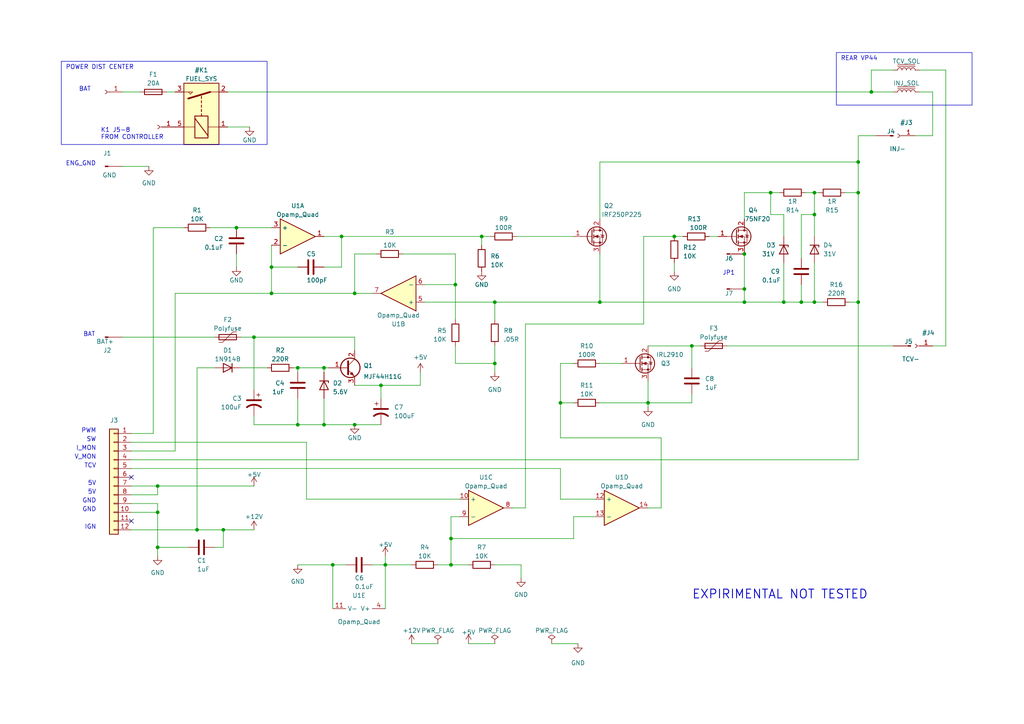
<source format=kicad_sch>
(kicad_sch (version 20230121) (generator eeschema)
  (paper "A4")
  (lib_symbols
    (symbol "Conn_01x01_Pin_1" (pin_numbers hide) (pin_names (offset 1.016) hide)
      (property "Reference" "J" (at 0 2.54 0))
      (property "Value" "Conn_01x01_Pin" (at 0 -2.54 0))
      (symbol "Conn_01x01_Pin_1_1_1"
        (polyline (pts (xy 1.27 0) (xy 0.8636 0)) (stroke (width 0.1524)))
        (rectangle (start 0.8636 0.127) (end 0 -0.127) (stroke (width 0.1524)) (fill (type outline)))
        (pin passive line (at 5.08 0 180) (length 3.81) (name "Pin_1") (number "1"))
      )
    )
    (symbol "Conn_01x01_Pin_2" (pin_numbers hide) (pin_names (offset 1.016) hide)
      (property "Reference" "J" (at 0 2.54 0))
      (property "Value" "Conn_01x01_Pin" (at 0 -2.54 0))
      (symbol "Conn_01x01_Pin_2_1_1"
        (polyline (pts (xy 1.27 0) (xy 0.8636 0)) (stroke (width 0.1524)))
        (rectangle (start 0.8636 0.127) (end 0 -0.127) (stroke (width 0.1524)) (fill (type outline)))
        (pin passive line (at 5.08 0 180) (length 3.81) (name "Pin_1") (number "1"))
      )
    )
    (symbol "Conn_01x01_Pin_3" (pin_numbers hide) (pin_names (offset 1.016) hide)
      (property "Reference" "J" (at 0 2.54 0))
      (property "Value" "Conn_01x01_Pin" (at 0 -2.54 0))
      (symbol "Conn_01x01_Pin_3_1_1"
        (polyline (pts (xy 1.27 0) (xy 0.8636 0)) (stroke (width 0.1524)))
        (rectangle (start 0.8636 0.127) (end 0 -0.127) (stroke (width 0.1524)) (fill (type outline)))
        (pin passive line (at 5.08 0 180) (length 3.81) (name "Pin_1") (number "1"))
      )
    )
    (symbol "Conn_01x01_Pin_4" (pin_numbers hide) (pin_names (offset 1.016) hide)
      (property "Reference" "J" (at 0 2.54 0))
      (property "Value" "Conn_01x01_Pin" (at 0 -2.54 0))
      (symbol "Conn_01x01_Pin_4_1_1"
        (polyline (pts (xy 1.27 0) (xy 0.8636 0)) (stroke (width 0.1524)))
        (rectangle (start 0.8636 0.127) (end 0 -0.127) (stroke (width 0.1524)) (fill (type outline)))
        (pin passive line (at 5.08 0 180) (length 3.81) (name "Pin_1") (number "1"))
      )
    )
    (symbol "Connector:Conn_01x01_Socket" (pin_names (offset 1.016) hide)
      (property "Reference" "J" (at 0 2.54 0))
      (property "Value" "Conn_01x01_Socket" (at 0 -2.54 0))
      (symbol "Conn_01x01_Socket_1_1"
        (polyline (pts (xy -1.27 0) (xy -0.508 0)) (stroke (width 0.1524)))
        (arc (start 0 0.508) (mid -0.5058 0) (end 0 -0.508) (stroke (width 0.1524)))
        (pin passive line (at -5.08 0 0) (length 3.81) (name "Pin_1") (number "1"))
      )
    )
    (symbol "Connector_Generic:Conn_01x12" (pin_names (offset 1.016) hide)
      (property "Reference" "J" (at 0 15.24 0))
      (property "Value" "Conn_01x12" (at 0 -17.78 0))
      (symbol "Conn_01x12_1_1"
        (rectangle (start -1.27 -15.113) (end 0 -15.367) (stroke (width 0.1524)))
        (rectangle (start -1.27 -12.573) (end 0 -12.827) (stroke (width 0.1524)))
        (rectangle (start -1.27 -10.033) (end 0 -10.287) (stroke (width 0.1524)))
        (rectangle (start -1.27 -7.493) (end 0 -7.747) (stroke (width 0.1524)))
        (rectangle (start -1.27 -4.953) (end 0 -5.207) (stroke (width 0.1524)))
        (rectangle (start -1.27 -2.413) (end 0 -2.667) (stroke (width 0.1524)))
        (rectangle (start -1.27 0.127) (end 0 -0.127) (stroke (width 0.1524)))
        (rectangle (start -1.27 2.667) (end 0 2.413) (stroke (width 0.1524)))
        (rectangle (start -1.27 5.207) (end 0 4.953) (stroke (width 0.1524)))
        (rectangle (start -1.27 7.747) (end 0 7.493) (stroke (width 0.1524)))
        (rectangle (start -1.27 10.287) (end 0 10.033) (stroke (width 0.1524)))
        (rectangle (start -1.27 12.827) (end 0 12.573) (stroke (width 0.1524)))
        (rectangle (start -1.27 13.97) (end 1.27 -16.51) (stroke (width 0.254)) (fill (type background)))
        (pin passive line (at -5.08 12.7 0) (length 3.81) (name "Pin_1") (number "1"))
        (pin passive line (at -5.08 -10.16 0) (length 3.81) (name "Pin_10") (number "10"))
        (pin passive line (at -5.08 -12.7 0) (length 3.81) (name "Pin_11") (number "11"))
        (pin passive line (at -5.08 -15.24 0) (length 3.81) (name "Pin_12") (number "12"))
        (pin passive line (at -5.08 10.16 0) (length 3.81) (name "Pin_2") (number "2"))
        (pin passive line (at -5.08 7.62 0) (length 3.81) (name "Pin_3") (number "3"))
        (pin passive line (at -5.08 5.08 0) (length 3.81) (name "Pin_4") (number "4"))
        (pin passive line (at -5.08 2.54 0) (length 3.81) (name "Pin_5") (number "5"))
        (pin passive line (at -5.08 0 0) (length 3.81) (name "Pin_6") (number "6"))
        (pin passive line (at -5.08 -2.54 0) (length 3.81) (name "Pin_7") (number "7"))
        (pin passive line (at -5.08 -5.08 0) (length 3.81) (name "Pin_8") (number "8"))
        (pin passive line (at -5.08 -7.62 0) (length 3.81) (name "Pin_9") (number "9"))
      )
    )
    (symbol "Device:C" (pin_numbers hide) (pin_names (offset 0.254))
      (property "Reference" "C" (at 0.635 2.54 0))
      (property "Value" "C" (at 0.635 -2.54 0))
      (symbol "C_0_1"
        (polyline (pts (xy -2.032 -0.762) (xy 2.032 -0.762)) (stroke (width 0.508)))
        (polyline (pts (xy -2.032 0.762) (xy 2.032 0.762)) (stroke (width 0.508)))
      )
      (symbol "C_1_1"
        (pin passive line (at 0 3.81 270) (length 2.794) (name "~") (number "1"))
        (pin passive line (at 0 -3.81 90) (length 2.794) (name "~") (number "2"))
      )
    )
    (symbol "Device:C_Polarized_US" (pin_numbers hide) (pin_names (offset 0.254) hide)
      (property "Reference" "C" (at 0.635 2.54 0))
      (property "Value" "C_Polarized_US" (at 0.635 -2.54 0))
      (symbol "C_Polarized_US_0_1"
        (polyline (pts (xy -2.032 0.762) (xy 2.032 0.762)) (stroke (width 0.508)))
        (polyline (pts (xy -1.778 2.286) (xy -0.762 2.286)))
        (polyline (pts (xy -1.27 1.778) (xy -1.27 2.794)))
        (arc (start 2.032 -1.27) (mid 0 -0.5572) (end -2.032 -1.27) (stroke (width 0.508)))
      )
      (symbol "C_Polarized_US_1_1"
        (pin passive line (at 0 3.81 270) (length 2.794) (name "~") (number "1"))
        (pin passive line (at 0 -3.81 90) (length 3.302) (name "~") (number "2"))
      )
    )
    (symbol "Device:D" (pin_numbers hide) (pin_names (offset 1.016) hide)
      (property "Reference" "D" (at 0 2.54 0))
      (property "Value" "D" (at 0 -2.54 0))
      (symbol "D_0_1"
        (polyline (pts (xy -1.27 1.27) (xy -1.27 -1.27)) (stroke (width 0.254)))
        (polyline (pts (xy 1.27 0) (xy -1.27 0)))
        (polyline (pts (xy 1.27 1.27) (xy 1.27 -1.27) (xy -1.27 0) (xy 1.27 1.27)) (stroke (width 0.254)))
      )
      (symbol "D_1_1"
        (pin passive line (at -3.81 0 0) (length 2.54) (name "K") (number "1"))
        (pin passive line (at 3.81 0 180) (length 2.54) (name "A") (number "2"))
      )
    )
    (symbol "Device:D_Zener" (pin_numbers hide) (pin_names (offset 1.016) hide)
      (property "Reference" "D" (at 0 2.54 0))
      (property "Value" "D_Zener" (at 0 -2.54 0))
      (symbol "D_Zener_0_1"
        (polyline (pts (xy 1.27 0) (xy -1.27 0)))
        (polyline (pts (xy -1.27 -1.27) (xy -1.27 1.27) (xy -0.762 1.27)) (stroke (width 0.254)))
        (polyline (pts (xy 1.27 -1.27) (xy 1.27 1.27) (xy -1.27 0) (xy 1.27 -1.27)) (stroke (width 0.254)))
      )
      (symbol "D_Zener_1_1"
        (pin passive line (at -3.81 0 0) (length 2.54) (name "K") (number "1"))
        (pin passive line (at 3.81 0 180) (length 2.54) (name "A") (number "2"))
      )
    )
    (symbol "Device:Fuse" (pin_numbers hide) (pin_names (offset 0))
      (property "Reference" "F" (at 2.032 0 90))
      (property "Value" "Fuse" (at -1.905 0 90))
      (symbol "Fuse_0_1"
        (rectangle (start -0.762 -2.54) (end 0.762 2.54) (stroke (width 0.254)))
        (polyline (pts (xy 0 2.54) (xy 0 -2.54)))
      )
      (symbol "Fuse_1_1"
        (pin passive line (at 0 3.81 270) (length 1.27) (name "~") (number "1"))
        (pin passive line (at 0 -3.81 90) (length 1.27) (name "~") (number "2"))
      )
    )
    (symbol "Device:L_Iron" (pin_numbers hide) (pin_names (offset 1.016) hide)
      (property "Reference" "L" (at -1.27 0 90))
      (property "Value" "L_Iron" (at 2.794 0 90))
      (symbol "L_Iron_0_1"
        (arc (start 0 -2.54) (mid 0.6323 -1.905) (end 0 -1.27))
        (arc (start 0 -1.27) (mid 0.6323 -0.635) (end 0 0))
        (polyline (pts (xy 1.016 2.54) (xy 1.016 -2.54)))
        (polyline (pts (xy 1.524 -2.54) (xy 1.524 2.54)))
        (arc (start 0 0) (mid 0.6323 0.635) (end 0 1.27))
        (arc (start 0 1.27) (mid 0.6323 1.905) (end 0 2.54))
      )
      (symbol "L_Iron_1_1"
        (pin passive line (at 0 3.81 270) (length 1.27) (name "1") (number "1"))
        (pin passive line (at 0 -3.81 90) (length 1.27) (name "2") (number "2"))
      )
    )
    (symbol "Device:Opamp_Quad"
      (property "Reference" "U" (at 0 5.08 0))
      (property "Value" "Opamp_Quad" (at 0 -5.08 0))
      (symbol "Opamp_Quad_1_1"
        (polyline (pts (xy -5.08 5.08) (xy 5.08 0) (xy -5.08 -5.08) (xy -5.08 5.08)) (stroke (width 0.254)) (fill (type background)))
        (pin output line (at 7.62 0 180) (length 2.54) (name "~") (number "1"))
        (pin input line (at -7.62 -2.54 0) (length 2.54) (name "-") (number "2"))
        (pin input line (at -7.62 2.54 0) (length 2.54) (name "+") (number "3"))
      )
      (symbol "Opamp_Quad_2_1"
        (polyline (pts (xy -5.08 5.08) (xy 5.08 0) (xy -5.08 -5.08) (xy -5.08 5.08)) (stroke (width 0.254)) (fill (type background)))
        (pin input line (at -7.62 2.54 0) (length 2.54) (name "+") (number "5"))
        (pin input line (at -7.62 -2.54 0) (length 2.54) (name "-") (number "6"))
        (pin output line (at 7.62 0 180) (length 2.54) (name "~") (number "7"))
      )
      (symbol "Opamp_Quad_3_1"
        (polyline (pts (xy -5.08 5.08) (xy 5.08 0) (xy -5.08 -5.08) (xy -5.08 5.08)) (stroke (width 0.254)) (fill (type background)))
        (pin input line (at -7.62 2.54 0) (length 2.54) (name "+") (number "10"))
        (pin output line (at 7.62 0 180) (length 2.54) (name "~") (number "8"))
        (pin input line (at -7.62 -2.54 0) (length 2.54) (name "-") (number "9"))
      )
      (symbol "Opamp_Quad_4_1"
        (polyline (pts (xy -5.08 5.08) (xy 5.08 0) (xy -5.08 -5.08) (xy -5.08 5.08)) (stroke (width 0.254)) (fill (type background)))
        (pin input line (at -7.62 2.54 0) (length 2.54) (name "+") (number "12"))
        (pin input line (at -7.62 -2.54 0) (length 2.54) (name "-") (number "13"))
        (pin output line (at 7.62 0 180) (length 2.54) (name "~") (number "14"))
      )
      (symbol "Opamp_Quad_5_1"
        (pin power_in line (at -2.54 -7.62 90) (length 3.81) (name "V-") (number "11"))
        (pin power_in line (at -2.54 7.62 270) (length 3.81) (name "V+") (number "4"))
      )
    )
    (symbol "Device:Polyfuse" (pin_numbers hide) (pin_names (offset 0))
      (property "Reference" "F" (at -2.54 0 90))
      (property "Value" "Polyfuse" (at 2.54 0 90))
      (symbol "Polyfuse_0_1"
        (rectangle (start -0.762 2.54) (end 0.762 -2.54) (stroke (width 0.254)))
        (polyline (pts (xy 0 2.54) (xy 0 -2.54)))
        (polyline (pts (xy -1.524 2.54) (xy -1.524 1.524) (xy 1.524 -1.524) (xy 1.524 -2.54)))
      )
      (symbol "Polyfuse_1_1"
        (pin passive line (at 0 3.81 270) (length 1.27) (name "~") (number "1"))
        (pin passive line (at 0 -3.81 90) (length 1.27) (name "~") (number "2"))
      )
    )
    (symbol "Device:R" (pin_numbers hide) (pin_names (offset 0))
      (property "Reference" "R" (at 2.032 0 90))
      (property "Value" "R" (at 0 0 90))
      (symbol "R_0_1"
        (rectangle (start -1.016 -2.54) (end 1.016 2.54) (stroke (width 0.254)))
      )
      (symbol "R_1_1"
        (pin passive line (at 0 3.81 270) (length 1.27) (name "~") (number "1"))
        (pin passive line (at 0 -3.81 90) (length 1.27) (name "~") (number "2"))
      )
    )
    (symbol "Relay:G5Q-1A"
      (property "Reference" "K" (at 8.89 3.81 0))
      (property "Value" "G5Q-1A" (at 8.89 1.27 0))
      (symbol "G5Q-1A_0_0"
        (polyline (pts (xy 5.08 5.08) (xy 5.08 2.54) (xy 4.445 3.175) (xy 5.08 3.81)))
      )
      (symbol "G5Q-1A_0_1"
        (rectangle (start -10.16 5.08) (end 7.62 -5.08) (stroke (width 0.254)) (fill (type background)))
        (rectangle (start -8.255 1.905) (end -1.905 -1.905) (stroke (width 0.254)))
        (polyline (pts (xy -7.62 -1.905) (xy -2.54 1.905)) (stroke (width 0.254)))
        (polyline (pts (xy -5.08 -5.08) (xy -5.08 -1.905)))
        (polyline (pts (xy -5.08 5.08) (xy -5.08 1.905)))
        (polyline (pts (xy -1.905 0) (xy -1.27 0)) (stroke (width 0.254)))
        (polyline (pts (xy -0.635 0) (xy 0 0)) (stroke (width 0.254)))
        (polyline (pts (xy 0.635 0) (xy 1.27 0)) (stroke (width 0.254)))
        (polyline (pts (xy 1.905 0) (xy 2.54 0)) (stroke (width 0.254)))
        (polyline (pts (xy 3.175 0) (xy 3.81 0)) (stroke (width 0.254)))
        (polyline (pts (xy 5.08 -2.54) (xy 3.175 3.81)) (stroke (width 0.508)))
        (polyline (pts (xy 5.08 -2.54) (xy 5.08 -5.08)))
      )
      (symbol "G5Q-1A_1_1"
        (pin passive line (at -5.08 -7.62 90) (length 2.54) (name "~") (number "1"))
        (pin passive line (at 5.08 -7.62 90) (length 2.54) (name "~") (number "2"))
        (pin passive line (at 5.08 7.62 270) (length 2.54) (name "~") (number "3"))
        (pin passive line (at -5.08 7.62 270) (length 2.54) (name "~") (number "5"))
      )
    )
    (symbol "Transistor_BJT:MJE13003" (pin_names (offset 0) hide)
      (property "Reference" "Q" (at 5.08 1.905 0))
      (property "Value" "MJE13003" (at 5.08 0 0))
      (symbol "MJE13003_0_1"
        (polyline (pts (xy 0 0) (xy 0.635 0)))
        (polyline (pts (xy 2.54 -2.54) (xy 0.635 -0.635)))
        (polyline (pts (xy 2.54 2.54) (xy 0.635 0.635)))
        (polyline (pts (xy 0.635 1.905) (xy 0.635 -1.905) (xy 0.635 -1.905)) (stroke (width 0.508)) (fill (type outline)))
        (polyline (pts (xy 1.2446 -1.778) (xy 1.7526 -1.27) (xy 2.286 -2.286) (xy 1.2446 -1.778) (xy 1.2446 -1.778)) (fill (type outline)))
        (circle (center 1.27 0) (radius 2.8194) (stroke (width 0.3048)))
      )
      (symbol "MJE13003_1_1"
        (pin input line (at -5.08 0 0) (length 5.08) (name "B") (number "1"))
        (pin passive line (at 2.54 5.08 270) (length 2.54) (name "C") (number "2"))
        (pin passive line (at 2.54 -5.08 90) (length 2.54) (name "E") (number "3"))
      )
    )
    (symbol "Transistor_FET:STB40N60M2" (pin_names hide)
      (property "Reference" "Q" (at 5.08 1.905 0))
      (property "Value" "STB40N60M2" (at 5.08 0 0))
      (symbol "STB40N60M2_0_1"
        (polyline (pts (xy 0.254 0) (xy -2.54 0)))
        (polyline (pts (xy 0.254 1.905) (xy 0.254 -1.905)) (stroke (width 0.254)))
        (polyline (pts (xy 0.762 -1.27) (xy 0.762 -2.286)) (stroke (width 0.254)))
        (polyline (pts (xy 0.762 0.508) (xy 0.762 -0.508)) (stroke (width 0.254)))
        (polyline (pts (xy 0.762 2.286) (xy 0.762 1.27)) (stroke (width 0.254)))
        (polyline (pts (xy 2.54 2.54) (xy 2.54 1.778)))
        (polyline (pts (xy 2.54 -2.54) (xy 2.54 0) (xy 0.762 0)))
        (polyline (pts (xy 0.762 -1.778) (xy 3.302 -1.778) (xy 3.302 1.778) (xy 0.762 1.778)))
        (polyline (pts (xy 1.016 0) (xy 2.032 0.381) (xy 2.032 -0.381) (xy 1.016 0)) (fill (type outline)))
        (polyline (pts (xy 2.794 0.508) (xy 2.921 0.381) (xy 3.683 0.381) (xy 3.81 0.254)))
        (polyline (pts (xy 3.302 0.381) (xy 2.921 -0.254) (xy 3.683 -0.254) (xy 3.302 0.381)))
        (circle (center 1.651 0) (radius 2.794) (stroke (width 0.254)))
        (circle (center 2.54 -1.778) (radius 0.254) (fill (type outline)))
        (circle (center 2.54 1.778) (radius 0.254) (fill (type outline)))
      )
      (symbol "STB40N60M2_1_1"
        (pin passive line (at -5.08 0 0) (length 2.54) (name "G") (number "1"))
        (pin passive line (at 2.54 5.08 270) (length 2.54) (name "D") (number "2"))
        (pin passive line (at 2.54 -5.08 90) (length 2.54) (name "S") (number "3"))
      )
    )
    (symbol "power:+12V" (power) (pin_names (offset 0))
      (property "Value" "+12V" (at 0 3.556 0))
      (symbol "+12V_0_1"
        (polyline (pts (xy -0.762 1.27) (xy 0 2.54)))
        (polyline (pts (xy 0 0) (xy 0 2.54)))
        (polyline (pts (xy 0 2.54) (xy 0.762 1.27)))
      )
      (symbol "+12V_1_1"
        (pin power_in line (at 0 0 90) (length 0) hide (name "+12V") (number "1"))
      )
    )
    (symbol "power:+5V" (power) (pin_names (offset 0))
      (property "Value" "+5V" (at 0 3.556 0))
      (symbol "+5V_0_1"
        (polyline (pts (xy -0.762 1.27) (xy 0 2.54)))
        (polyline (pts (xy 0 0) (xy 0 2.54)))
        (polyline (pts (xy 0 2.54) (xy 0.762 1.27)))
      )
      (symbol "+5V_1_1"
        (pin power_in line (at 0 0 90) (length 0) hide (name "+5V") (number "1"))
      )
    )
    (symbol "power:GND" (power) (pin_names (offset 0))
      (property "Value" "GND" (at 0 -3.81 0))
      (symbol "GND_0_1"
        (polyline (pts (xy 0 0) (xy 0 -1.27) (xy 1.27 -1.27) (xy 0 -2.54) (xy -1.27 -1.27) (xy 0 -1.27)))
      )
      (symbol "GND_1_1"
        (pin power_in line (at 0 0 270) (length 0) hide (name "GND") (number "1"))
      )
    )
    (symbol "power:PWR_FLAG" (power) (pin_numbers hide) (pin_names (offset 0) hide)
      (property "Value" "PWR_FLAG" (at 0 3.81 0))
      (symbol "PWR_FLAG_0_0"
        (pin power_out line (at 0 0 90) (length 0) (name "pwr") (number "1"))
      )
      (symbol "PWR_FLAG_0_1"
        (polyline (pts (xy 0 0) (xy 0 1.27) (xy -1.016 1.905) (xy 0 2.54) (xy 1.016 1.905) (xy 0 1.27)))
      )
    )
  )
  (junction (at 248.92 55.88))
  (junction (at 45.72 158.75))
  (junction (at 173.99 87.63))
  (junction (at 102.87 85.09))
  (junction (at 73.66 97.79))
  (junction (at 200.66 100.33))
  (junction (at 78.74 77.47))
  (junction (at 162.56 116.84))
  (junction (at 187.96 116.84))
  (junction (at 110.49 111.76))
  (junction (at 130.81 163.83))
  (junction (at 111.76 163.83))
  (junction (at 215.9 87.63))
  (junction (at 252.73 26.67))
  (junction (at 139.7 68.58))
  (junction (at 86.36 123.19))
  (junction (at 78.74 85.09))
  (junction (at 248.92 46.99))
  (junction (at 143.51 87.63))
  (junction (at 215.9 83.82))
  (junction (at 195.58 68.58))
  (junction (at 132.08 82.55))
  (junction (at 248.92 87.63))
  (junction (at 130.81 156.21))
  (junction (at 236.22 87.63))
  (junction (at 99.06 68.58))
  (junction (at 223.52 55.88))
  (junction (at 227.33 87.63))
  (junction (at 215.9 73.66))
  (junction (at 232.41 87.63))
  (junction (at 57.15 153.67))
  (junction (at 236.22 62.23))
  (junction (at 143.51 105.41))
  (junction (at 96.52 163.83))
  (junction (at 236.22 55.88))
  (junction (at 45.72 148.59))
  (junction (at 93.98 123.19))
  (junction (at 68.58 66.04))
  (junction (at 45.72 140.97))
  (junction (at 86.36 106.68))
  (junction (at 93.98 106.68))
  (junction (at 102.87 123.19))
  (junction (at 64.77 153.67))
  (no_connect (at 38.1 138.43))
  (no_connect (at 38.1 151.13))
  (wire (pts (xy 88.9 144.78) (xy 133.35 144.78)))
  (wire (pts (xy 248.92 39.37) (xy 254 39.37)))
  (wire (pts (xy 223.52 55.88) (xy 226.06 55.88)))
  (wire (pts (xy 233.68 55.88) (xy 236.22 55.88)))
  (wire (pts (xy 232.41 74.93) (xy 232.41 62.23)))
  (wire (pts (xy 78.74 77.47) (xy 86.36 77.47)))
  (wire (pts (xy 246.38 87.63) (xy 248.92 87.63)))
  (wire (pts (xy 44.45 66.04) (xy 53.34 66.04)))
  (wire (pts (xy 210.82 100.33) (xy 259.08 100.33)))
  (wire (pts (xy 45.72 146.05) (xy 45.72 148.59)))
  (wire (pts (xy 130.81 163.83) (xy 135.89 163.83)))
  (wire (pts (xy 96.52 163.83) (xy 96.52 176.53)))
  (wire (pts (xy 248.92 39.37) (xy 248.92 46.99)))
  (wire (pts (xy 57.15 153.67) (xy 64.77 153.67)))
  (wire (pts (xy 50.8 130.81) (xy 50.8 85.09)))
  (wire (pts (xy 35.56 97.79) (xy 62.23 97.79)))
  (wire (pts (xy 173.99 87.63) (xy 215.9 87.63)))
  (wire (pts (xy 227.33 76.2) (xy 227.33 87.63)))
  (wire (pts (xy 265.43 39.37) (xy 270.51 39.37)))
  (wire (pts (xy 208.28 68.58) (xy 205.74 68.58)))
  (wire (pts (xy 186.69 68.58) (xy 195.58 68.58)))
  (wire (pts (xy 99.06 77.47) (xy 99.06 68.58)))
  (wire (pts (xy 45.72 148.59) (xy 45.72 158.75)))
  (wire (pts (xy 73.66 97.79) (xy 73.66 113.03)))
  (wire (pts (xy 68.58 66.04) (xy 78.74 66.04)))
  (wire (pts (xy 143.51 87.63) (xy 173.99 87.63)))
  (wire (pts (xy 127 163.83) (xy 130.81 163.83)))
  (wire (pts (xy 187.96 100.33) (xy 200.66 100.33)))
  (wire (pts (xy 162.56 127) (xy 162.56 116.84)))
  (wire (pts (xy 100.33 163.83) (xy 96.52 163.83)))
  (wire (pts (xy 66.04 36.83) (xy 72.39 36.83)))
  (wire (pts (xy 35.56 26.67) (xy 40.64 26.67)))
  (wire (pts (xy 38.1 140.97) (xy 45.72 140.97)))
  (wire (pts (xy 110.49 111.76) (xy 121.92 111.76)))
  (wire (pts (xy 78.74 71.12) (xy 78.74 77.47)))
  (wire (pts (xy 99.06 68.58) (xy 139.7 68.58)))
  (wire (pts (xy 135.89 186.69) (xy 143.51 186.69)))
  (wire (pts (xy 35.56 48.26) (xy 43.18 48.26)))
  (wire (pts (xy 152.4 93.98) (xy 186.69 93.98)))
  (wire (pts (xy 187.96 147.32) (xy 191.77 147.32)))
  (wire (pts (xy 123.19 87.63) (xy 143.51 87.63)))
  (wire (pts (xy 45.72 143.51) (xy 45.72 140.97)))
  (wire (pts (xy 44.45 125.73) (xy 44.45 66.04)))
  (wire (pts (xy 215.9 73.66) (xy 215.9 83.82)))
  (wire (pts (xy 198.12 68.58) (xy 195.58 68.58)))
  (wire (pts (xy 236.22 55.88) (xy 237.49 55.88)))
  (wire (pts (xy 248.92 55.88) (xy 248.92 87.63)))
  (wire (pts (xy 151.13 163.83) (xy 151.13 167.64)))
  (wire (pts (xy 173.99 105.41) (xy 180.34 105.41)))
  (wire (pts (xy 38.1 148.59) (xy 45.72 148.59)))
  (wire (pts (xy 139.7 68.58) (xy 139.7 71.12)))
  (wire (pts (xy 143.51 100.33) (xy 143.51 105.41)))
  (wire (pts (xy 130.81 156.21) (xy 130.81 163.83)))
  (wire (pts (xy 119.38 186.69) (xy 127 186.69)))
  (wire (pts (xy 86.36 163.83) (xy 96.52 163.83)))
  (wire (pts (xy 86.36 106.68) (xy 93.98 106.68)))
  (wire (pts (xy 215.9 63.5) (xy 215.9 55.88)))
  (wire (pts (xy 200.66 116.84) (xy 187.96 116.84)))
  (wire (pts (xy 173.99 63.5) (xy 173.99 46.99)))
  (wire (pts (xy 50.8 85.09) (xy 78.74 85.09)))
  (wire (pts (xy 130.81 149.86) (xy 133.35 149.86)))
  (wire (pts (xy 73.66 123.19) (xy 86.36 123.19)))
  (wire (pts (xy 38.1 143.51) (xy 45.72 143.51)))
  (wire (pts (xy 215.9 87.63) (xy 227.33 87.63)))
  (wire (pts (xy 173.99 116.84) (xy 187.96 116.84)))
  (wire (pts (xy 236.22 76.2) (xy 236.22 87.63)))
  (wire (pts (xy 86.36 107.95) (xy 86.36 106.68)))
  (wire (pts (xy 130.81 149.86) (xy 130.81 156.21)))
  (wire (pts (xy 123.19 82.55) (xy 132.08 82.55)))
  (wire (pts (xy 139.7 68.58) (xy 142.24 68.58)))
  (wire (pts (xy 57.15 106.68) (xy 62.23 106.68)))
  (wire (pts (xy 187.96 116.84) (xy 187.96 118.11)))
  (wire (pts (xy 223.52 62.23) (xy 227.33 62.23)))
  (wire (pts (xy 45.72 158.75) (xy 54.61 158.75)))
  (wire (pts (xy 227.33 62.23) (xy 227.33 68.58)))
  (wire (pts (xy 93.98 123.19) (xy 102.87 123.19)))
  (wire (pts (xy 38.1 146.05) (xy 45.72 146.05)))
  (wire (pts (xy 111.76 163.83) (xy 119.38 163.83)))
  (wire (pts (xy 270.51 26.67) (xy 270.51 39.37)))
  (wire (pts (xy 173.99 73.66) (xy 173.99 87.63)))
  (wire (pts (xy 86.36 115.57) (xy 86.36 123.19)))
  (wire (pts (xy 162.56 116.84) (xy 162.56 105.41)))
  (wire (pts (xy 48.26 26.67) (xy 50.8 26.67)))
  (wire (pts (xy 200.66 114.3) (xy 200.66 116.84)))
  (wire (pts (xy 236.22 55.88) (xy 236.22 62.23)))
  (wire (pts (xy 78.74 85.09) (xy 102.87 85.09)))
  (wire (pts (xy 111.76 161.29) (xy 111.76 163.83)))
  (wire (pts (xy 64.77 153.67) (xy 73.66 153.67)))
  (wire (pts (xy 45.72 140.97) (xy 73.66 140.97)))
  (wire (pts (xy 248.92 87.63) (xy 248.92 133.35)))
  (wire (pts (xy 143.51 163.83) (xy 151.13 163.83)))
  (wire (pts (xy 132.08 73.66) (xy 132.08 82.55)))
  (wire (pts (xy 149.86 68.58) (xy 166.37 68.58)))
  (wire (pts (xy 215.9 55.88) (xy 223.52 55.88)))
  (wire (pts (xy 73.66 120.65) (xy 73.66 123.19)))
  (wire (pts (xy 60.96 66.04) (xy 68.58 66.04)))
  (wire (pts (xy 68.58 73.66) (xy 68.58 77.47)))
  (wire (pts (xy 93.98 106.68) (xy 93.98 107.95)))
  (wire (pts (xy 62.23 158.75) (xy 64.77 158.75)))
  (wire (pts (xy 102.87 73.66) (xy 102.87 85.09)))
  (wire (pts (xy 274.32 20.32) (xy 274.32 100.33)))
  (wire (pts (xy 252.73 20.32) (xy 252.73 26.67)))
  (wire (pts (xy 45.72 161.29) (xy 45.72 158.75)))
  (wire (pts (xy 38.1 153.67) (xy 57.15 153.67)))
  (wire (pts (xy 38.1 133.35) (xy 248.92 133.35)))
  (wire (pts (xy 38.1 128.27) (xy 88.9 128.27)))
  (wire (pts (xy 38.1 125.73) (xy 44.45 125.73)))
  (wire (pts (xy 88.9 128.27) (xy 88.9 144.78)))
  (wire (pts (xy 232.41 82.55) (xy 232.41 87.63)))
  (wire (pts (xy 78.74 77.47) (xy 78.74 85.09)))
  (wire (pts (xy 109.22 73.66) (xy 102.87 73.66)))
  (wire (pts (xy 232.41 87.63) (xy 227.33 87.63)))
  (wire (pts (xy 143.51 92.71) (xy 143.51 87.63)))
  (wire (pts (xy 195.58 76.2) (xy 195.58 78.74)))
  (wire (pts (xy 132.08 100.33) (xy 132.08 105.41)))
  (wire (pts (xy 200.66 100.33) (xy 200.66 106.68)))
  (wire (pts (xy 69.85 106.68) (xy 77.47 106.68)))
  (wire (pts (xy 102.87 97.79) (xy 102.87 101.6)))
  (wire (pts (xy 57.15 106.68) (xy 57.15 153.67)))
  (wire (pts (xy 93.98 68.58) (xy 99.06 68.58)))
  (wire (pts (xy 166.37 149.86) (xy 166.37 156.21)))
  (wire (pts (xy 102.87 123.19) (xy 110.49 123.19)))
  (wire (pts (xy 93.98 106.68) (xy 95.25 106.68)))
  (wire (pts (xy 191.77 147.32) (xy 191.77 127)))
  (wire (pts (xy 232.41 62.23) (xy 236.22 62.23)))
  (wire (pts (xy 166.37 156.21) (xy 130.81 156.21)))
  (wire (pts (xy 66.04 26.67) (xy 252.73 26.67)))
  (wire (pts (xy 172.72 149.86) (xy 166.37 149.86)))
  (wire (pts (xy 111.76 163.83) (xy 111.76 176.53)))
  (wire (pts (xy 236.22 62.23) (xy 236.22 68.58)))
  (wire (pts (xy 187.96 110.49) (xy 187.96 116.84)))
  (wire (pts (xy 73.66 97.79) (xy 102.87 97.79)))
  (wire (pts (xy 236.22 87.63) (xy 238.76 87.63)))
  (wire (pts (xy 69.85 97.79) (xy 73.66 97.79)))
  (wire (pts (xy 162.56 116.84) (xy 166.37 116.84)))
  (wire (pts (xy 266.7 20.32) (xy 274.32 20.32)))
  (wire (pts (xy 93.98 115.57) (xy 93.98 123.19)))
  (wire (pts (xy 64.77 158.75) (xy 64.77 153.67)))
  (wire (pts (xy 132.08 105.41) (xy 143.51 105.41)))
  (wire (pts (xy 160.02 186.69) (xy 167.64 186.69)))
  (wire (pts (xy 252.73 20.32) (xy 259.08 20.32)))
  (wire (pts (xy 215.9 83.82) (xy 215.9 87.63)))
  (wire (pts (xy 121.92 111.76) (xy 121.92 107.95)))
  (wire (pts (xy 173.99 46.99) (xy 248.92 46.99)))
  (wire (pts (xy 110.49 111.76) (xy 110.49 115.57)))
  (wire (pts (xy 162.56 105.41) (xy 166.37 105.41)))
  (wire (pts (xy 191.77 127) (xy 162.56 127)))
  (wire (pts (xy 248.92 46.99) (xy 248.92 55.88)))
  (wire (pts (xy 116.84 73.66) (xy 132.08 73.66)))
  (wire (pts (xy 245.11 55.88) (xy 248.92 55.88)))
  (wire (pts (xy 266.7 26.67) (xy 270.51 26.67)))
  (wire (pts (xy 148.59 147.32) (xy 152.4 147.32)))
  (wire (pts (xy 200.66 100.33) (xy 203.2 100.33)))
  (wire (pts (xy 93.98 77.47) (xy 99.06 77.47)))
  (wire (pts (xy 162.56 144.78) (xy 162.56 135.89)))
  (wire (pts (xy 186.69 68.58) (xy 186.69 93.98)))
  (wire (pts (xy 107.95 163.83) (xy 111.76 163.83)))
  (wire (pts (xy 102.87 85.09) (xy 107.95 85.09)))
  (wire (pts (xy 152.4 93.98) (xy 152.4 147.32)))
  (wire (pts (xy 172.72 144.78) (xy 162.56 144.78)))
  (wire (pts (xy 85.09 106.68) (xy 86.36 106.68)))
  (wire (pts (xy 38.1 135.89) (xy 162.56 135.89)))
  (wire (pts (xy 86.36 123.19) (xy 93.98 123.19)))
  (wire (pts (xy 223.52 55.88) (xy 223.52 62.23)))
  (wire (pts (xy 102.87 111.76) (xy 110.49 111.76)))
  (wire (pts (xy 143.51 105.41) (xy 143.51 107.95)))
  (wire (pts (xy 236.22 87.63) (xy 232.41 87.63)))
  (wire (pts (xy 38.1 130.81) (xy 50.8 130.81)))
  (wire (pts (xy 132.08 82.55) (xy 132.08 92.71)))
  (wire (pts (xy 252.73 26.67) (xy 259.08 26.67)))
  (wire (pts (xy 270.51 100.33) (xy 274.32 100.33)))
  (rectangle (start 242.57 15.24) (end 281.94 30.48))
  (rectangle (start 17.78 17.78) (end 77.47 41.91))
  (text "REAR VP44" (at 243.84 17.78 0) (effects (font (size 1.27 1.27)) (justify left bottom)))
  (text "K1 J5-8\nFROM CONTROLLER" (at 29.21 40.64 0) (effects (font (size 1.27 1.27)) (justify left bottom)))
  (text "JP1" (at 209.55 80.01 0) (effects (font (size 1.27 1.27)) (justify left bottom)))
  (text "ENG_GND" (at 19.05 48.26 0) (effects (font (size 1.27 1.27)) (justify left bottom)))
  (text "POWER DIST CENTER" (at 19.05 20.32 0) (effects (font (size 1.27 1.27)) (justify left bottom)))
  (text "GND" (at 27.94 146.05 0) (effects (font (size 1.27 1.27)) (justify right bottom)))
  (text "IGN" (at 27.94 153.67 0) (effects (font (size 1.27 1.27)) (justify right bottom)))
  (text "PWM" (at 27.94 125.73 0) (effects (font (size 1.27 1.27)) (justify right bottom)))
  (text "V_MON" (at 27.94 133.35 0) (effects (font (size 1.27 1.27)) (justify right bottom)))
  (text "EXPIRIMENTAL NOT TESTED" (at 200.66 173.99 0) (effects (font (size 2.54 2.54) (thickness 0.254) bold) (justify left bottom)))
  (text "GND" (at 27.94 148.59 0) (effects (font (size 1.27 1.27)) (justify right bottom)))
  (text "TCV" (at 27.94 135.89 0) (effects (font (size 1.27 1.27)) (justify right bottom)))
  (text "SW" (at 27.94 128.27 0) (effects (font (size 1.27 1.27)) (justify right bottom)))
  (text "5V" (at 27.94 143.51 0) (effects (font (size 1.27 1.27)) (justify right bottom)))
  (text "5V" (at 27.94 140.97 0) (effects (font (size 1.27 1.27)) (justify right bottom)))
  (text "I_MON" (at 27.94 130.81 0) (effects (font (size 1.27 1.27)) (justify right bottom)))
  (text "BAT" (at 24.13 97.79 0) (effects (font (size 1.27 1.27)) (justify left bottom)))
  (text "BAT" (at 22.86 26.67 0) (effects (font (size 1.27 1.27)) (justify left bottom)))
  (symbol (lib_id "Device:C") (at 58.42 158.75 90) (mirror x) (unit 1)
    (property "Reference" "C1" (at 57.15 162.56 90) (effects (justify right)))
    (property "Value" "1uF" (at 57.15 165.1 90) (effects (justify right)))
    (property "Footprint" "Capacitor_THT:C_Disc_D5.1mm_W3.2mm_P5.00mm" (effects hide))
  )
  (symbol (lib_id "power:PWR_FLAG") (at 143.51 186.69 0) (unit 1)
    (property "Reference" "#FLG02" (effects hide))
    (property "Value" "PWR_FLAG" (at 143.51 182.88 0))
  )
  (symbol (lib_id "Device:Opamp_Quad") (at 86.36 68.58 0) (unit 1)
    (property "Reference" "U1" (at 86.36 59.69 0))
    (property "Value" "Opamp_Quad" (at 86.36 62.23 0))
    (property "Footprint" "Package_DIP:DIP-14_W7.62mm_Socket" (effects hide))
  )
  (symbol (lib_id "Transistor_FET:STB40N60M2") (at 171.45 68.58 0) (unit 1)
    (property "Reference" "Q2" (at 176.53 59.69 0))
    (property "Value" "IRF250P225" (at 180.34 62.23 0))
    (property "Footprint" "Package_TO_SOT_THT:TO-247-3_Vertical" (effects hide))
    (property "Datasheet" "https://www.st.com/resource/en/datasheet/stp40n60m2.pdf" (effects hide))
    (property "Sim.Device" "NMOS" (effects hide))
    (property "Sim.Type" "VDMOS" (effects hide))
    (property "Sim.Pins" "1=D 2=G 3=S" (effects hide))
  )
  (symbol (lib_id "Device:C") (at 86.36 111.76 0) (mirror x) (unit 1)
    (property "Reference" "C4" (at 82.55 111.125 0) (effects (justify right)))
    (property "Value" "1uF" (at 82.55 113.665 0) (effects (justify right)))
    (property "Footprint" "Capacitor_THT:C_Disc_D5.1mm_W3.2mm_P5.00mm" (effects hide))
  )
  (symbol (lib_id "Device:R") (at 81.28 106.68 90) (unit 1)
    (property "Reference" "R2" (at 81.28 101.6 90))
    (property "Value" "220R" (at 81.28 104.14 90))
    (property "Footprint" "Resistor_THT:R_Axial_DIN0309_L9.0mm_D3.2mm_P15.24mm_Horizontal" (effects hide))
  )
  (symbol (lib_id "Device:R") (at 57.15 66.04 90) (unit 1)
    (property "Reference" "R1" (at 57.15 60.96 90))
    (property "Value" "10K" (at 57.15 63.5 90))
    (property "Footprint" "Resistor_THT:R_Axial_DIN0204_L3.6mm_D1.6mm_P7.62mm_Horizontal" (effects hide))
  )
  (symbol (lib_id "Transistor_FET:STB40N60M2") (at 213.36 68.58 0) (unit 1)
    (property "Reference" "Q4" (at 218.44 60.96 0))
    (property "Value" "75NF20" (at 219.71 63.5 0))
    (property "Footprint" "Package_TO_SOT_THT:TO-220-3_Vertical" (effects hide))
    (property "Datasheet" "https://www.st.com/resource/en/datasheet/stp40n60m2.pdf" (effects hide))
    (property "Sim.Device" "NMOS" (effects hide))
    (property "Sim.Type" "VDMOS" (effects hide))
    (property "Sim.Pins" "1=D 2=G 3=S" (effects hide))
  )
  (symbol (lib_id "power:GND") (at 43.18 48.26 0) (unit 1)
    (property "Reference" "#PWR01" (effects hide))
    (property "Value" "GND" (at 43.18 53.086 0))
  )
  (symbol (lib_id "power:GND") (at 139.7 78.74 0) (unit 1)
    (property "Reference" "#PWR013" (effects hide))
    (property "Value" "GND" (at 139.7 82.55 0))
  )
  (symbol (lib_id "power:+5V") (at 135.89 186.69 0) (unit 1)
    (property "Reference" "#PWR012" (effects hide))
    (property "Value" "+5V" (at 135.89 183.388 0))
  )
  (symbol (lib_id "power:+5V") (at 111.76 161.29 0) (unit 1)
    (property "Reference" "#PWR09" (effects hide))
    (property "Value" "+5V" (at 111.76 157.988 0))
  )
  (symbol (lib_id "Connector:Conn_01x01_Socket") (at 265.43 100.33 180) (unit 1)
    (property "Reference" "#J4" (at 269.24 96.52 0))
    (property "Value" "Conn_01x01_Socket" (effects hide))
  )
  (symbol (lib_id "Connector:Conn_01x01_Socket") (at 260.35 39.37 180) (unit 1)
    (property "Reference" "#J3" (at 262.89 35.56 0))
    (property "Value" "Conn_01x01_Socket" (effects hide))
  )
  (symbol (lib_id "power:GND") (at 72.39 36.83 0) (unit 1)
    (property "Reference" "#PWR04" (effects hide))
    (property "Value" "GND" (at 72.39 40.64 0))
  )
  (symbol (lib_id "Device:D_Zener") (at 227.33 72.39 270) (unit 1)
    (property "Reference" "D3" (at 222.25 71.12 90) (effects (justify left)))
    (property "Value" "31V" (at 220.98 73.66 90) (effects (justify left)))
    (property "Footprint" "MYfootprints:D_DO-201AD_P17.78mm_Horizontal" (effects hide))
  )
  (symbol (lib_id "Device:L_Iron") (at 262.89 20.32 90) (unit 1) (in_bom no) (on_board no)
    (property "Reference" "L1" (effects hide))
    (property "Value" "TCV_SOL" (at 262.89 17.78 90))
  )
  (symbol (lib_id "Device:Fuse") (at 44.45 26.67 90) (unit 1) (in_bom no) (on_board no)
    (property "Reference" "F1" (at 44.45 21.59 90))
    (property "Value" "20A" (at 44.45 24.13 90))
    (property "Footprint" "Automotive ATC" (effects hide))
  )
  (symbol (lib_id "Device:Opamp_Quad") (at 104.14 179.07 270) (unit 5)
    (property "Reference" "U1" (at 104.14 172.72 90))
    (property "Value" "Opamp_Quad" (at 104.14 180.34 90))
    (property "Footprint" "Package_DIP:DIP-14_W7.62mm_Socket" (effects hide))
  )
  (symbol (lib_id "Relay:G5Q-1A") (at 58.42 31.75 90) (unit 1)
    (property "Reference" "#K1" (at 58.42 20.32 90))
    (property "Value" "FUEL_SYS" (at 58.42 22.86 90))
    (property "Footprint" "Relay_THT:Relay_SPST_Omron-G5Q-1A" (effects hide))
    (property "Datasheet" "https://www.omron.com/ecb/products/pdf/en-g5q.pdf" (effects hide))
  )
  (symbol (lib_id "power:GND") (at 45.72 161.29 0) (unit 1)
    (property "Reference" "#PWR02" (effects hide))
    (property "Value" "GND" (at 45.72 166.116 0))
  )
  (symbol (lib_id "Connector:Conn_01x01_Socket") (at 30.48 26.67 180) (unit 1)
    (property "Reference" "#J1" (effects hide))
    (property "Value" "Conn_01x01_Socket" (effects hide))
    (property "Footprint" "Connector_PinHeader_2.54mm:PinHeader_1x01_P2.54mm_Vertical" (effects hide))
  )
  (symbol (lib_id "Device:R") (at 123.19 163.83 90) (unit 1)
    (property "Reference" "R4" (at 123.19 158.75 90))
    (property "Value" "10K" (at 123.19 161.29 90))
    (property "Footprint" "Resistor_THT:R_Axial_DIN0204_L3.6mm_D1.6mm_P7.62mm_Horizontal" (effects hide))
  )
  (symbol (lib_id "Connector:Conn_01x01_Socket") (at 45.72 36.83 180) (unit 1)
    (property "Reference" "#J2" (effects hide))
    (property "Value" "Conn_01x01_Socket" (effects hide))
    (property "Footprint" "Connector_PinHeader_2.54mm:PinHeader_1x01_P2.54mm_Vertical" (effects hide))
  )
  (symbol (lib_name "Conn_01x01_Pin_2") (lib_id "Connector:Conn_01x01_Pin") (at 264.16 100.33 180) (unit 1)
    (property "Reference" "J5" (at 263.525 99.06 0))
    (property "Value" "TCV-" (at 264.16 104.14 0))
    (property "Footprint" "Connector_Wire:SolderWire-2sqmm_1x01_D2mm_OD3.9mm" (effects hide))
  )
  (symbol (lib_id "Device:R") (at 113.03 73.66 90) (unit 1)
    (property "Reference" "R3" (at 113.03 67.31 90))
    (property "Value" "10K" (at 113.03 71.12 90))
    (property "Footprint" "Resistor_THT:R_Axial_DIN0204_L3.6mm_D1.6mm_P7.62mm_Horizontal" (effects hide))
  )
  (symbol (lib_id "power:GND") (at 143.51 107.95 0) (unit 1)
    (property "Reference" "#PWR014" (effects hide))
    (property "Value" "GND" (at 143.51 113.03 0))
  )
  (symbol (lib_id "power:+12V") (at 119.38 186.69 0) (unit 1)
    (property "Reference" "#PWR010" (effects hide))
    (property "Value" "+12V" (at 119.38 182.88 0))
  )
  (symbol (lib_id "power:+5V") (at 121.92 107.95 0) (unit 1)
    (property "Reference" "#PWR011" (effects hide))
    (property "Value" "+5V" (at 121.92 103.632 0))
  )
  (symbol (lib_id "Transistor_BJT:MJE13003") (at 100.33 106.68 0) (unit 1)
    (property "Reference" "Q1" (at 105.41 106.045 0) (effects (justify left)))
    (property "Value" "MJF44H11G" (at 105.41 109.22 0) (effects (justify left)))
    (property "Footprint" "Package_TO_SOT_THT:TO-220-3_Vertical" (effects hide))
  )
  (symbol (lib_id "Device:R") (at 242.57 87.63 90) (unit 1)
    (property "Reference" "R16" (at 242.57 82.55 90))
    (property "Value" "220R" (at 242.57 85.09 90))
    (property "Footprint" "Resistor_THT:R_Axial_DIN0309_L9.0mm_D3.2mm_P15.24mm_Horizontal" (effects hide))
  )
  (symbol (lib_name "Conn_01x01_Pin_3") (lib_id "Connector:Conn_01x01_Pin") (at 30.48 48.26 0) (unit 1)
    (property "Reference" "J1" (at 31.115 44.45 0))
    (property "Value" "GND" (at 31.75 50.8 0))
    (property "Footprint" "Connector_Wire:SolderWire-2sqmm_1x01_D2mm_OD3.9mm" (effects hide))
  )
  (symbol (lib_id "Device:Polyfuse") (at 66.04 97.79 90) (unit 1)
    (property "Reference" "F2" (at 66.04 92.71 90))
    (property "Value" "Polyfuse" (at 66.04 95.25 90))
    (property "Footprint" "Resetable poly fuse 1 amp" (effects hide))
  )
  (symbol (lib_id "Device:R") (at 143.51 96.52 0) (mirror y) (unit 1)
    (property "Reference" "R8" (at 146.05 95.885 0) (effects (justify right)))
    (property "Value" ".05R" (at 146.05 98.425 0) (effects (justify right)))
    (property "Footprint" "Resistor_THT:R_Axial_DIN0516_L15.5mm_D5.0mm_P25.40mm_Horizontal" (effects hide))
  )
  (symbol (lib_id "Device:R") (at 139.7 163.83 90) (unit 1)
    (property "Reference" "R7" (at 139.7 158.75 90))
    (property "Value" "10K" (at 139.7 161.29 90))
    (property "Footprint" "Resistor_THT:R_Axial_DIN0204_L3.6mm_D1.6mm_P7.62mm_Horizontal" (effects hide))
  )
  (symbol (lib_id "Device:Opamp_Quad") (at 115.57 85.09 180) (unit 2)
    (property "Reference" "U1" (at 115.57 93.98 0))
    (property "Value" "Opamp_Quad" (at 115.57 91.44 0))
    (property "Footprint" "Package_DIP:DIP-14_W7.62mm_Socket" (effects hide))
  )
  (symbol (lib_id "Device:C_Polarized_US") (at 110.49 119.38 0) (unit 1)
    (property "Reference" "C7" (at 114.3 118.11 0) (effects (justify left)))
    (property "Value" "100uF" (at 114.3 120.65 0) (effects (justify left)))
    (property "Footprint" "Capacitor_THT:CP_Radial_D5.0mm_P2.50mm" (effects hide))
  )
  (symbol (lib_id "Device:D") (at 66.04 106.68 180) (unit 1)
    (property "Reference" "D1" (at 66.04 101.6 0))
    (property "Value" "1N914B" (at 66.04 104.14 0))
    (property "Footprint" "Diode_THT:D_DO-35_SOD27_P7.62mm_Horizontal" (effects hide))
    (property "Sim.Device" "D" (effects hide))
    (property "Sim.Pins" "1=K 2=A" (effects hide))
  )
  (symbol (lib_id "power:+5V") (at 73.66 140.97 0) (unit 1)
    (property "Reference" "#PWR05" (effects hide))
    (property "Value" "+5V" (at 73.66 137.668 0))
  )
  (symbol (lib_id "power:GND") (at 167.64 186.69 0) (unit 1)
    (property "Reference" "#PWR016" (effects hide))
    (property "Value" "GND" (at 167.64 192.278 0))
  )
  (symbol (lib_id "Transistor_FET:STB40N60M2") (at 185.42 105.41 0) (unit 1)
    (property "Reference" "Q3" (at 193.04 105.41 0))
    (property "Value" "IRL2910" (at 194.31 102.87 0))
    (property "Footprint" "Package_TO_SOT_THT:TO-220-3_Vertical" (effects hide))
    (property "Datasheet" "https://www.st.com/resource/en/datasheet/stp40n60m2.pdf" (effects hide))
    (property "Sim.Device" "NMOS" (effects hide))
    (property "Sim.Type" "VDMOS" (effects hide))
    (property "Sim.Pins" "1=D 2=G 3=S" (effects hide))
  )
  (symbol (lib_id "power:GND") (at 151.13 167.64 0) (unit 1)
    (property "Reference" "#PWR015" (effects hide))
    (property "Value" "GND" (at 151.13 172.466 0))
  )
  (symbol (lib_id "power:GND") (at 187.96 118.11 0) (unit 1)
    (property "Reference" "#PWR017" (effects hide))
    (property "Value" "GND" (at 187.96 123.19 0))
  )
  (symbol (lib_id "Device:C") (at 200.66 110.49 180) (unit 1)
    (property "Reference" "C8" (at 204.47 109.855 0) (effects (justify right)))
    (property "Value" "1uF" (at 204.47 112.395 0) (effects (justify right)))
    (property "Footprint" "Capacitor_THT:C_Rect_L16.5mm_W7.0mm_P15.00mm_MKT" (effects hide))
  )
  (symbol (lib_id "Device:R") (at 139.7 74.93 0) (mirror y) (unit 1)
    (property "Reference" "R6" (at 142.24 74.295 0) (effects (justify right)))
    (property "Value" "10K" (at 142.24 76.835 0) (effects (justify right)))
    (property "Footprint" "Resistor_THT:R_Axial_DIN0204_L3.6mm_D1.6mm_P7.62mm_Horizontal" (effects hide))
  )
  (symbol (lib_id "Device:D_Zener") (at 93.98 111.76 270) (unit 1)
    (property "Reference" "D2" (at 96.52 111.125 90) (effects (justify left)))
    (property "Value" "5.6V" (at 96.52 113.665 90) (effects (justify left)))
    (property "Footprint" "Diode_THT:D_DO-41_SOD81_P10.16mm_Horizontal" (effects hide))
  )
  (symbol (lib_id "power:PWR_FLAG") (at 160.02 186.69 0) (unit 1)
    (property "Reference" "#FLG03" (effects hide))
    (property "Value" "PWR_FLAG" (at 160.02 182.88 0))
  )
  (symbol (lib_id "power:GND") (at 68.58 77.47 0) (unit 1)
    (property "Reference" "#PWR03" (effects hide))
    (property "Value" "GND" (at 68.58 81.28 0))
  )
  (symbol (lib_id "Device:R") (at 201.93 68.58 270) (mirror x) (unit 1)
    (property "Reference" "R13" (at 199.39 63.5 90) (effects (justify left)))
    (property "Value" "100R" (at 200.025 66.04 90) (effects (justify left)))
    (property "Footprint" "Resistor_THT:R_Axial_DIN0204_L3.6mm_D1.6mm_P5.08mm_Horizontal" (effects hide))
  )
  (symbol (lib_id "Device:R") (at 132.08 96.52 0) (mirror x) (unit 1)
    (property "Reference" "R5" (at 129.54 95.885 0) (effects (justify right)))
    (property "Value" "10K" (at 129.54 98.425 0) (effects (justify right)))
    (property "Footprint" "Resistor_THT:R_Axial_DIN0204_L3.6mm_D1.6mm_P7.62mm_Horizontal" (effects hide))
  )
  (symbol (lib_id "Device:R") (at 146.05 68.58 90) (unit 1)
    (property "Reference" "R9" (at 146.05 63.5 90))
    (property "Value" "100R" (at 146.05 66.04 90))
    (property "Footprint" "Resistor_THT:R_Axial_DIN0204_L3.6mm_D1.6mm_P5.08mm_Horizontal" (effects hide))
  )
  (symbol (lib_id "Device:R") (at 195.58 72.39 0) (mirror y) (unit 1)
    (property "Reference" "R12" (at 198.12 71.755 0) (effects (justify right)))
    (property "Value" "10K" (at 198.12 74.295 0) (effects (justify right)))
    (property "Footprint" "Resistor_THT:R_Axial_DIN0204_L3.6mm_D1.6mm_P7.62mm_Horizontal" (effects hide))
  )
  (symbol (lib_id "Connector_Generic:Conn_01x12") (at 33.02 138.43 0) (mirror y) (unit 1)
    (property "Reference" "J3" (at 34.29 121.92 0) (effects (justify left)))
    (property "Value" "Conn_01x12" (effects hide))
    (property "Footprint" "Connector_PinHeader_2.54mm:PinHeader_1x12_P2.54mm_Vertical" (effects hide))
  )
  (symbol (lib_id "Device:Opamp_Quad") (at 180.34 147.32 0) (unit 4)
    (property "Reference" "U1" (at 180.34 138.43 0))
    (property "Value" "Opamp_Quad" (at 180.34 140.97 0))
    (property "Footprint" "Package_DIP:DIP-14_W7.62mm_Socket" (effects hide))
  )
  (symbol (lib_id "Device:C_Polarized_US") (at 73.66 116.84 0) (mirror y) (unit 1)
    (property "Reference" "C3" (at 70.104 115.57 0) (effects (justify left)))
    (property "Value" "100uF" (at 70.104 118.11 0) (effects (justify left)))
    (property "Footprint" "Capacitor_THT:CP_Radial_D5.0mm_P2.50mm" (effects hide))
  )
  (symbol (lib_id "Device:D_Zener") (at 236.22 72.39 270) (unit 1)
    (property "Reference" "D4" (at 238.76 71.12 90) (effects (justify left)))
    (property "Value" "31V" (at 238.76 73.66 90) (effects (justify left)))
    (property "Footprint" "MYfootprints:D_DO-201AD_P17.78mm_Horizontal" (effects hide))
  )
  (symbol (lib_name "Conn_01x01_Pin_4") (lib_id "Connector:Conn_01x01_Pin") (at 30.48 97.79 0) (unit 1)
    (property "Reference" "J2" (at 31.115 101.6 0))
    (property "Value" "BAT+" (at 30.48 99.06 0))
    (property "Footprint" "Connector_Wire:SolderWire-2sqmm_1x01_D2mm_OD3.9mm" (effects hide))
  )
  (symbol (lib_id "power:GND") (at 195.58 78.74 0) (unit 1)
    (property "Reference" "#PWR018" (effects hide))
    (property "Value" "GND" (at 195.58 83.82 0))
  )
  (symbol (lib_id "Device:C") (at 232.41 78.74 180) (unit 1)
    (property "Reference" "C9" (at 223.52 78.74 0) (effects (justify right)))
    (property "Value" "0.1uF" (at 220.98 81.28 0) (effects (justify right)))
    (property "Footprint" "Capacitor_THT:C_Rect_L16.5mm_W7.0mm_P15.00mm_MKT" (effects hide))
  )
  (symbol (lib_id "power:PWR_FLAG") (at 127 186.69 0) (unit 1)
    (property "Reference" "#FLG01" (effects hide))
    (property "Value" "PWR_FLAG" (at 127 182.88 0))
  )
  (symbol (lib_name "Conn_01x01_Pin_2") (lib_id "Connector:Conn_01x01_Pin") (at 210.82 73.66 0) (unit 1)
    (property "Reference" "J6" (at 211.455 74.93 0))
    (property "Value" "TCV" (effects hide))
    (property "Footprint" "Connector_Wire:SolderWire-0.5sqmm_1x01_D0.9mm_OD2.1mm" (effects hide))
  )
  (symbol (lib_id "Device:C") (at 68.58 69.85 0) (mirror x) (unit 1)
    (property "Reference" "C2" (at 64.77 69.215 0) (effects (justify right)))
    (property "Value" "0.1uF" (at 64.77 71.755 0) (effects (justify right)))
    (property "Footprint" "Capacitor_THT:C_Disc_D5.1mm_W3.2mm_P5.00mm" (effects hide))
  )
  (symbol (lib_id "Device:C") (at 104.14 163.83 90) (mirror x) (unit 1)
    (property "Reference" "C6" (at 102.87 167.64 90) (effects (justify right)))
    (property "Value" "0.1uF" (at 102.87 170.18 90) (effects (justify right)))
    (property "Footprint" "Capacitor_THT:C_Disc_D5.1mm_W3.2mm_P5.00mm" (effects hide))
  )
  (symbol (lib_name "Conn_01x01_Pin_1") (lib_id "Connector:Conn_01x01_Pin") (at 259.08 39.37 180) (unit 1)
    (property "Reference" "J4" (at 258.445 38.1 0))
    (property "Value" "INJ-" (at 260.35 43.18 0))
    (property "Footprint" "Connector_Wire:SolderWire-2sqmm_1x01_D2mm_OD3.9mm" (effects hide))
    (property "Field4" "INJ-" (effects hide))
  )
  (symbol (lib_id "Device:R") (at 229.87 55.88 270) (unit 1)
    (property "Reference" "R14" (at 229.87 60.96 90))
    (property "Value" "1R" (at 229.87 58.42 90))
    (property "Footprint" "Package_TO_SOT_THT:TO-220-2_Vertical" (effects hide))
  )
  (symbol (lib_id "power:GND") (at 86.36 163.83 0) (unit 1)
    (property "Reference" "#PWR07" (effects hide))
    (property "Value" "GND" (at 86.36 168.656 0))
  )
  (symbol (lib_id "power:+12V") (at 73.66 153.67 0) (unit 1)
    (property "Reference" "#PWR06" (effects hide))
    (property "Value" "+12V" (at 73.66 149.86 0))
  )
  (symbol (lib_id "Device:R") (at 241.3 55.88 270) (unit 1)
    (property "Reference" "R15" (at 241.3 60.96 90))
    (property "Value" "1R" (at 241.3 58.42 90))
    (property "Footprint" "Package_TO_SOT_THT:TO-220-2_Vertical" (effects hide))
  )
  (symbol (lib_id "Device:Polyfuse") (at 207.01 100.33 90) (unit 1)
    (property "Reference" "F3" (at 207.01 95.25 90))
    (property "Value" "Polyfuse" (at 207.01 97.79 90))
    (property "Footprint" "Resetable poly fuse 2.5 amp" (effects hide))
  )
  (symbol (lib_id "Device:C") (at 90.17 77.47 90) (mirror x) (unit 1)
    (property "Reference" "C5" (at 88.9 73.66 90) (effects (justify right)))
    (property "Value" "100pF" (at 88.9 81.28 90) (effects (justify right)))
    (property "Footprint" "Capacitor_THT:C_Disc_D5.1mm_W3.2mm_P5.00mm" (effects hide))
  )
  (symbol (lib_id "Device:L_Iron") (at 262.89 26.67 90) (unit 1) (in_bom no) (on_board no)
    (property "Reference" "L2" (effects hide))
    (property "Value" "INJ_SOL" (at 262.89 24.13 90))
  )
  (symbol (lib_id "Device:Opamp_Quad") (at 140.97 147.32 0) (unit 3)
    (property "Reference" "U1" (at 140.97 138.43 0))
    (property "Value" "Opamp_Quad" (at 140.97 140.97 0))
    (property "Footprint" "Package_DIP:DIP-14_W7.62mm_Socket" (effects hide))
  )
  (symbol (lib_id "Device:R") (at 170.18 116.84 90) (unit 1)
    (property "Reference" "R11" (at 170.18 111.76 90))
    (property "Value" "10K" (at 170.18 114.3 90))
    (property "Footprint" "Resistor_THT:R_Axial_DIN0204_L3.6mm_D1.6mm_P7.62mm_Horizontal" (effects hide))
  )
  (symbol (lib_id "power:GND") (at 102.87 123.19 0) (unit 1)
    (property "Reference" "#PWR08" (effects hide))
    (property "Value" "GND" (at 102.87 127 0))
  )
  (symbol (lib_id "Device:R") (at 170.18 105.41 90) (unit 1)
    (property "Reference" "R10" (at 170.18 100.33 90))
    (property "Value" "100R" (at 170.18 102.87 90))
    (property "Footprint" "Resistor_THT:R_Axial_DIN0204_L3.6mm_D1.6mm_P7.62mm_Horizontal" (effects hide))
  )
  (symbol (lib_name "Conn_01x01_Pin_2") (lib_id "Connector:Conn_01x01_Pin") (at 210.82 83.82 0) (unit 1)
    (property "Reference" "J7" (at 211.455 85.09 0))
    (property "Value" "TCV" (effects hide))
    (property "Footprint" "Connector_Wire:SolderWire-0.5sqmm_1x01_D0.9mm_OD2.1mm" (effects hide))
  )
)
</source>
